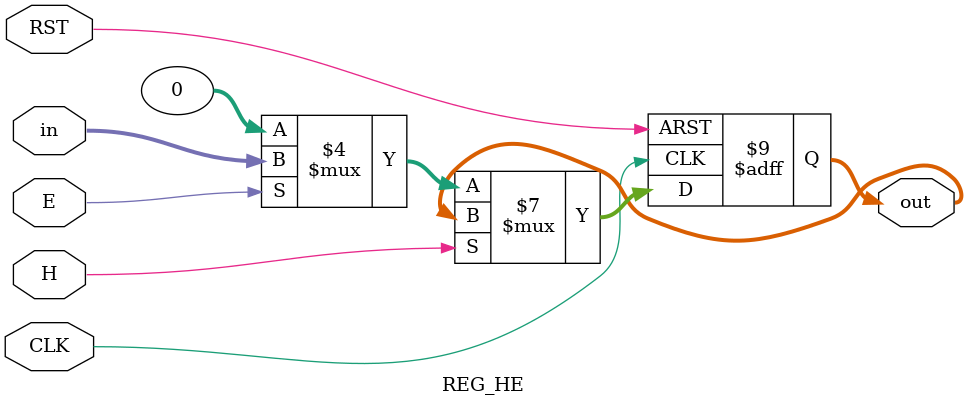
<source format=v>
`timescale 1ns / 1ps


module REG_HE
#(
parameter WIDTH=32
)
(
input                             CLK,
input                             RST,
input                             E,//Í¬²½Ê¹ÄÜ
input                             H,//hold
input[WIDTH-1:0]                  in,
output reg[WIDTH-1:0]             out
);
always@(posedge CLK or posedge RST) begin
    if(RST) begin
        out<='d0;
    end
    else if(H) begin
        out<=out;
    end
    else if(~E) begin
        out<='d0;
    end
    else begin
        out<=in;
    end
end
endmodule

</source>
